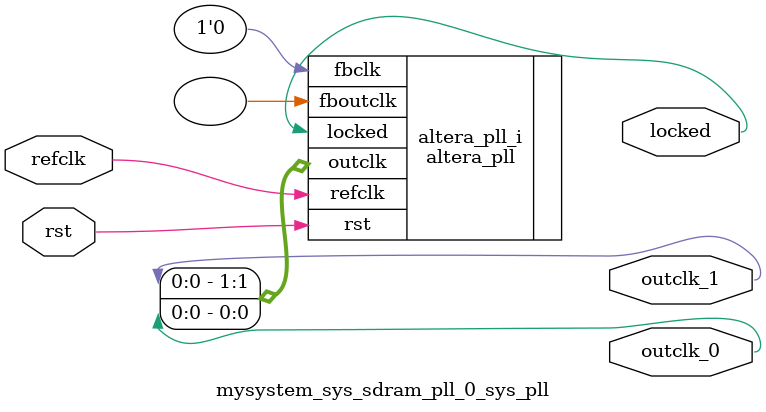
<source format=v>
`timescale 1ns/10ps
module  mysystem_sys_sdram_pll_0_sys_pll(

	// interface 'refclk'
	input wire refclk,

	// interface 'reset'
	input wire rst,

	// interface 'outclk0'
	output wire outclk_0,

	// interface 'outclk1'
	output wire outclk_1,

	// interface 'locked'
	output wire locked
);

	altera_pll #(
		.fractional_vco_multiplier("false"),
		.reference_clock_frequency("50.0 MHz"),
		.operation_mode("direct"),
		.number_of_clocks(2),
		.output_clock_frequency0("50.000000 MHz"),
		.phase_shift0("0 ps"),
		.duty_cycle0(50),
		.output_clock_frequency1("50.000000 MHz"),
		.phase_shift1("15000 ps"),
		.duty_cycle1(50),
		.output_clock_frequency2("0 MHz"),
		.phase_shift2("0 ps"),
		.duty_cycle2(50),
		.output_clock_frequency3("0 MHz"),
		.phase_shift3("0 ps"),
		.duty_cycle3(50),
		.output_clock_frequency4("0 MHz"),
		.phase_shift4("0 ps"),
		.duty_cycle4(50),
		.output_clock_frequency5("0 MHz"),
		.phase_shift5("0 ps"),
		.duty_cycle5(50),
		.output_clock_frequency6("0 MHz"),
		.phase_shift6("0 ps"),
		.duty_cycle6(50),
		.output_clock_frequency7("0 MHz"),
		.phase_shift7("0 ps"),
		.duty_cycle7(50),
		.output_clock_frequency8("0 MHz"),
		.phase_shift8("0 ps"),
		.duty_cycle8(50),
		.output_clock_frequency9("0 MHz"),
		.phase_shift9("0 ps"),
		.duty_cycle9(50),
		.output_clock_frequency10("0 MHz"),
		.phase_shift10("0 ps"),
		.duty_cycle10(50),
		.output_clock_frequency11("0 MHz"),
		.phase_shift11("0 ps"),
		.duty_cycle11(50),
		.output_clock_frequency12("0 MHz"),
		.phase_shift12("0 ps"),
		.duty_cycle12(50),
		.output_clock_frequency13("0 MHz"),
		.phase_shift13("0 ps"),
		.duty_cycle13(50),
		.output_clock_frequency14("0 MHz"),
		.phase_shift14("0 ps"),
		.duty_cycle14(50),
		.output_clock_frequency15("0 MHz"),
		.phase_shift15("0 ps"),
		.duty_cycle15(50),
		.output_clock_frequency16("0 MHz"),
		.phase_shift16("0 ps"),
		.duty_cycle16(50),
		.output_clock_frequency17("0 MHz"),
		.phase_shift17("0 ps"),
		.duty_cycle17(50),
		.pll_type("General"),
		.pll_subtype("General")
	) altera_pll_i (
		.rst	(rst),
		.outclk	({outclk_1, outclk_0}),
		.locked	(locked),
		.fboutclk	( ),
		.fbclk	(1'b0),
		.refclk	(refclk)
	);
endmodule


</source>
